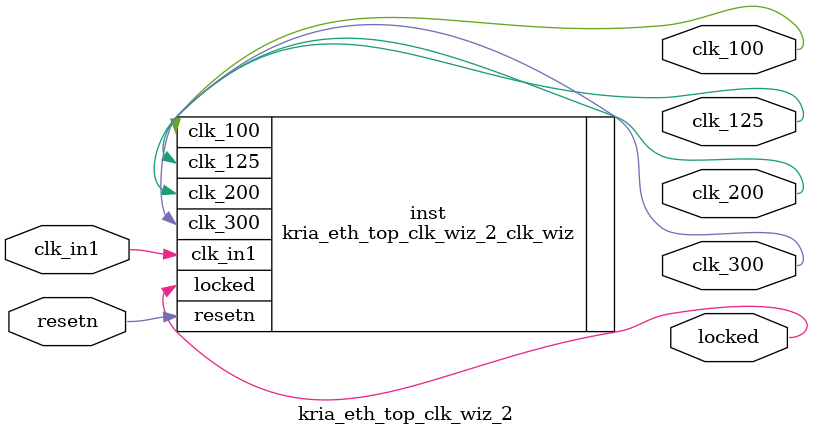
<source format=v>


`timescale 1ps/1ps

(* CORE_GENERATION_INFO = "kria_eth_top_clk_wiz_2,clk_wiz_v6_0_11_0_0,{component_name=kria_eth_top_clk_wiz_2,use_phase_alignment=false,use_min_o_jitter=false,use_max_i_jitter=false,use_dyn_phase_shift=false,use_inclk_switchover=false,use_dyn_reconfig=false,enable_axi=0,feedback_source=FDBK_AUTO,PRIMITIVE=MMCM,num_out_clk=4,clkin1_period=40.000,clkin2_period=10.0,use_power_down=false,use_reset=true,use_locked=true,use_inclk_stopped=false,feedback_type=SINGLE,CLOCK_MGR_TYPE=NA,manual_override=false}" *)

module kria_eth_top_clk_wiz_2 
 (
  // Clock out ports
  output        clk_200,
  output        clk_125,
  output        clk_300,
  output        clk_100,
  // Status and control signals
  input         resetn,
  output        locked,
 // Clock in ports
  input         clk_in1
 );

  kria_eth_top_clk_wiz_2_clk_wiz inst
  (
  // Clock out ports  
  .clk_200(clk_200),
  .clk_125(clk_125),
  .clk_300(clk_300),
  .clk_100(clk_100),
  // Status and control signals               
  .resetn(resetn), 
  .locked(locked),
 // Clock in ports
  .clk_in1(clk_in1)
  );

endmodule

</source>
